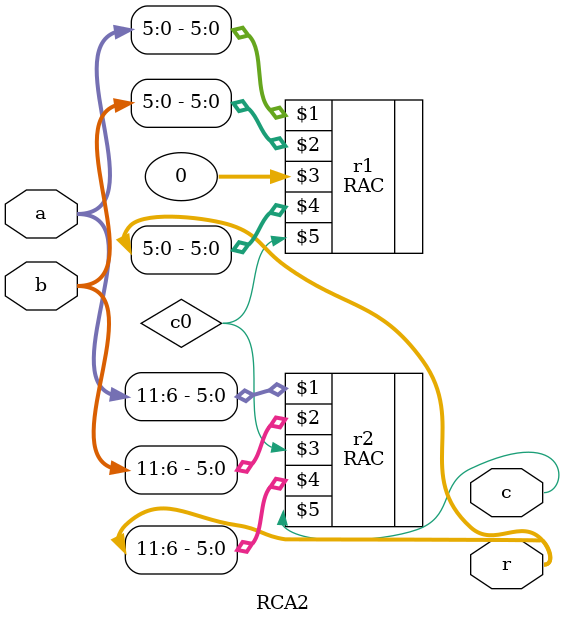
<source format=v>
`timescale 1ns / 1ps


module RCA2(
    input [11:0] a,
    input [11:0] b,
    output [11:0] r,
    output c
    );
    wire c0; 
    RAC r1(a[5:0], b[5:0],0, r[5:0],c0);
    RAC r2(a[11:6], b[11:6],c0, r[11:6],c);
endmodule

</source>
